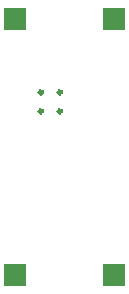
<source format=gbs>
G04 #@! TF.GenerationSoftware,KiCad,Pcbnew,5.0.1-33cea8e~68~ubuntu16.04.1*
G04 #@! TF.CreationDate,2018-11-03T17:13:12+01:00*
G04 #@! TF.ProjectId,drone_psu,64726F6E655F7073752E6B696361645F,rev?*
G04 #@! TF.SameCoordinates,Original*
G04 #@! TF.FileFunction,Soldermask,Bot*
G04 #@! TF.FilePolarity,Negative*
%FSLAX46Y46*%
G04 Gerber Fmt 4.6, Leading zero omitted, Abs format (unit mm)*
G04 Created by KiCad (PCBNEW 5.0.1-33cea8e~68~ubuntu16.04.1) date lör  3 nov 2018 17:13:12*
%MOMM*%
%LPD*%
G01*
G04 APERTURE LIST*
%ADD10C,0.350000*%
%ADD11C,0.100000*%
G04 APERTURE END LIST*
D10*
X116350000Y-118800000D02*
G75*
G03X116350000Y-118800000I-150000J0D01*
G01*
X117950000Y-118800000D02*
G75*
G03X117950000Y-118800000I-150000J0D01*
G01*
X117950000Y-117200000D02*
G75*
G03X117950000Y-117200000I-150000J0D01*
G01*
X116350000Y-117200000D02*
G75*
G03X116350000Y-117200000I-150000J0D01*
G01*
D11*
G36*
X123350000Y-133650000D02*
X121450000Y-133650000D01*
X121450000Y-131750000D01*
X123350000Y-131750000D01*
X123350000Y-133650000D01*
X123350000Y-133650000D01*
G37*
G36*
X114950000Y-133650000D02*
X113050000Y-133650000D01*
X113050000Y-131750000D01*
X114950000Y-131750000D01*
X114950000Y-133650000D01*
X114950000Y-133650000D01*
G37*
G36*
X123350000Y-111950000D02*
X121450000Y-111950000D01*
X121450000Y-110050000D01*
X123350000Y-110050000D01*
X123350000Y-111950000D01*
X123350000Y-111950000D01*
G37*
G36*
X114950000Y-111950000D02*
X113050000Y-111950000D01*
X113050000Y-110050000D01*
X114950000Y-110050000D01*
X114950000Y-111950000D01*
X114950000Y-111950000D01*
G37*
M02*

</source>
